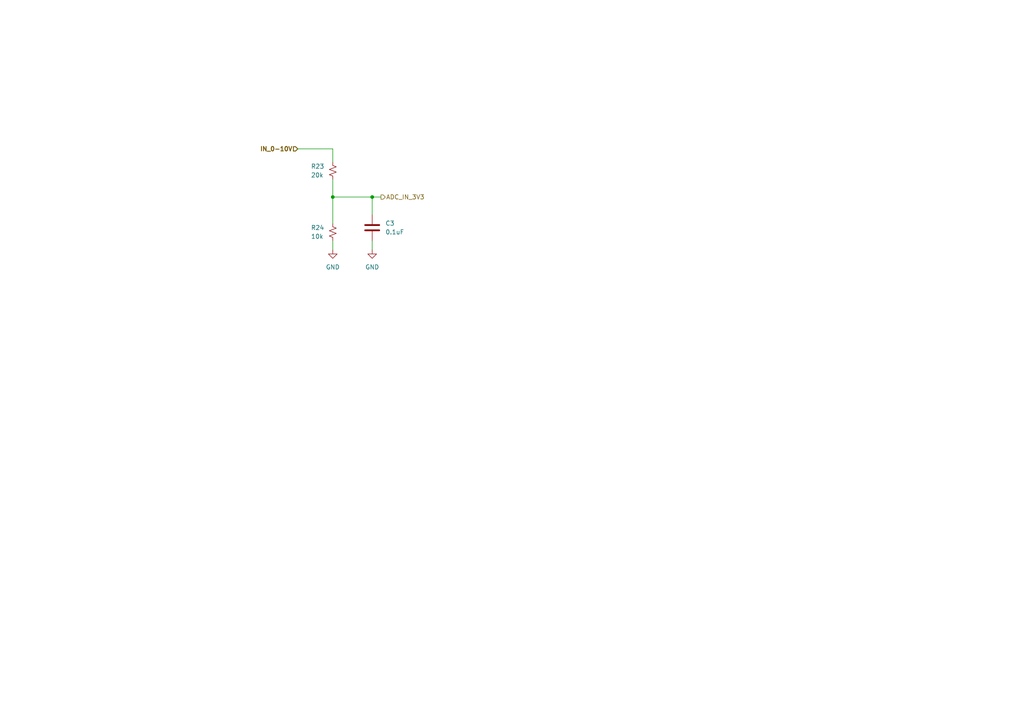
<source format=kicad_sch>
(kicad_sch
	(version 20250114)
	(generator "eeschema")
	(generator_version "9.0")
	(uuid "6f849fc7-6925-4202-ab6b-739ef023ca3b")
	(paper "A4")
	(lib_symbols
		(symbol "PCM_Capacitor_US_AKL:C_0603"
			(pin_numbers
				(hide yes)
			)
			(pin_names
				(offset 0.254)
			)
			(exclude_from_sim no)
			(in_bom yes)
			(on_board yes)
			(property "Reference" "C"
				(at 0.635 2.54 0)
				(effects
					(font
						(size 1.27 1.27)
					)
					(justify left)
				)
			)
			(property "Value" "C_0603"
				(at 0.635 -2.54 0)
				(effects
					(font
						(size 1.27 1.27)
					)
					(justify left)
				)
			)
			(property "Footprint" "PCM_Capacitor_SMD_AKL:C_0603_1608Metric"
				(at 0.9652 -3.81 0)
				(effects
					(font
						(size 1.27 1.27)
					)
					(hide yes)
				)
			)
			(property "Datasheet" "~"
				(at 0 0 0)
				(effects
					(font
						(size 1.27 1.27)
					)
					(hide yes)
				)
			)
			(property "Description" "SMD 0603 MLCC capacitor, Alternate KiCad Library"
				(at 0 0 0)
				(effects
					(font
						(size 1.27 1.27)
					)
					(hide yes)
				)
			)
			(property "ki_keywords" "cap capacitor ceramic chip mlcc smd 0603"
				(at 0 0 0)
				(effects
					(font
						(size 1.27 1.27)
					)
					(hide yes)
				)
			)
			(property "ki_fp_filters" "C_*"
				(at 0 0 0)
				(effects
					(font
						(size 1.27 1.27)
					)
					(hide yes)
				)
			)
			(symbol "C_0603_0_1"
				(polyline
					(pts
						(xy -2.032 0.762) (xy 2.032 0.762)
					)
					(stroke
						(width 0.508)
						(type default)
					)
					(fill
						(type none)
					)
				)
				(polyline
					(pts
						(xy -2.032 -0.762) (xy 2.032 -0.762)
					)
					(stroke
						(width 0.508)
						(type default)
					)
					(fill
						(type none)
					)
				)
			)
			(symbol "C_0603_0_2"
				(polyline
					(pts
						(xy -2.54 -2.54) (xy -0.381 -0.381)
					)
					(stroke
						(width 0)
						(type default)
					)
					(fill
						(type none)
					)
				)
				(polyline
					(pts
						(xy -0.508 -0.508) (xy -1.651 0.635)
					)
					(stroke
						(width 0.508)
						(type default)
					)
					(fill
						(type none)
					)
				)
				(polyline
					(pts
						(xy -0.508 -0.508) (xy 0.635 -1.651)
					)
					(stroke
						(width 0.508)
						(type default)
					)
					(fill
						(type none)
					)
				)
				(polyline
					(pts
						(xy 0.381 0.381) (xy 2.54 2.54)
					)
					(stroke
						(width 0)
						(type default)
					)
					(fill
						(type none)
					)
				)
				(polyline
					(pts
						(xy 0.508 0.508) (xy -0.635 1.651)
					)
					(stroke
						(width 0.508)
						(type default)
					)
					(fill
						(type none)
					)
				)
				(polyline
					(pts
						(xy 0.508 0.508) (xy 1.651 -0.635)
					)
					(stroke
						(width 0.508)
						(type default)
					)
					(fill
						(type none)
					)
				)
			)
			(symbol "C_0603_1_1"
				(pin passive line
					(at 0 3.81 270)
					(length 2.794)
					(name "~"
						(effects
							(font
								(size 1.27 1.27)
							)
						)
					)
					(number "1"
						(effects
							(font
								(size 1.27 1.27)
							)
						)
					)
				)
				(pin passive line
					(at 0 -3.81 90)
					(length 2.794)
					(name "~"
						(effects
							(font
								(size 1.27 1.27)
							)
						)
					)
					(number "2"
						(effects
							(font
								(size 1.27 1.27)
							)
						)
					)
				)
			)
			(symbol "C_0603_1_2"
				(pin passive line
					(at -2.54 -2.54 90)
					(length 0)
					(name "~"
						(effects
							(font
								(size 1.27 1.27)
							)
						)
					)
					(number "2"
						(effects
							(font
								(size 1.27 1.27)
							)
						)
					)
				)
				(pin passive line
					(at 2.54 2.54 270)
					(length 0)
					(name "~"
						(effects
							(font
								(size 1.27 1.27)
							)
						)
					)
					(number "1"
						(effects
							(font
								(size 1.27 1.27)
							)
						)
					)
				)
			)
			(embedded_fonts no)
		)
		(symbol "PCM_SparkFun-Resistor:4.7k_0603"
			(pin_numbers
				(hide yes)
			)
			(pin_names
				(offset 0)
			)
			(exclude_from_sim no)
			(in_bom yes)
			(on_board yes)
			(property "Reference" "R"
				(at 0 -2.54 0)
				(effects
					(font
						(size 1.27 1.27)
					)
				)
			)
			(property "Value" "4.7k"
				(at 0 2.54 0)
				(effects
					(font
						(size 1.27 1.27)
					)
				)
			)
			(property "Footprint" "PCM_SparkFun-Resistor:R_0603_1608Metric"
				(at 0 -4.318 0)
				(effects
					(font
						(size 1.27 1.27)
					)
					(hide yes)
				)
			)
			(property "Datasheet" "https://www.vishay.com/docs/20035/dcrcwe3.pdf"
				(at 0 -8.89 0)
				(effects
					(font
						(size 1.27 1.27)
					)
					(hide yes)
				)
			)
			(property "Description" "Resistor"
				(at 0 -11.43 0)
				(effects
					(font
						(size 1.27 1.27)
					)
					(hide yes)
				)
			)
			(property "PROD_ID" "RES-07857"
				(at 0 -6.604 0)
				(effects
					(font
						(size 1.27 1.27)
					)
					(hide yes)
				)
			)
			(property "ki_keywords" "SparkFun R res resistor"
				(at 0 0 0)
				(effects
					(font
						(size 1.27 1.27)
					)
					(hide yes)
				)
			)
			(property "ki_fp_filters" "R_*"
				(at 0 0 0)
				(effects
					(font
						(size 1.27 1.27)
					)
					(hide yes)
				)
			)
			(symbol "4.7k_0603_0_1"
				(polyline
					(pts
						(xy -1.524 0) (xy -1.143 1.016) (xy -0.762 0) (xy -0.381 -1.016) (xy 0 0)
					)
					(stroke
						(width 0)
						(type default)
					)
					(fill
						(type none)
					)
				)
				(polyline
					(pts
						(xy 0 0) (xy 0.381 1.016) (xy 0.762 0) (xy 1.143 -1.016) (xy 1.524 0)
					)
					(stroke
						(width 0)
						(type default)
					)
					(fill
						(type none)
					)
				)
			)
			(symbol "4.7k_0603_1_1"
				(pin passive line
					(at -2.54 0 0)
					(length 1.016)
					(name "~"
						(effects
							(font
								(size 1.27 1.27)
							)
						)
					)
					(number "1"
						(effects
							(font
								(size 1.27 1.27)
							)
						)
					)
				)
				(pin passive line
					(at 2.54 0 180)
					(length 1.016)
					(name "~"
						(effects
							(font
								(size 1.27 1.27)
							)
						)
					)
					(number "2"
						(effects
							(font
								(size 1.27 1.27)
							)
						)
					)
				)
			)
			(embedded_fonts no)
		)
		(symbol "power:GND"
			(power)
			(pin_numbers
				(hide yes)
			)
			(pin_names
				(offset 0)
				(hide yes)
			)
			(exclude_from_sim no)
			(in_bom yes)
			(on_board yes)
			(property "Reference" "#PWR"
				(at 0 -6.35 0)
				(effects
					(font
						(size 1.27 1.27)
					)
					(hide yes)
				)
			)
			(property "Value" "GND"
				(at 0 -3.81 0)
				(effects
					(font
						(size 1.27 1.27)
					)
				)
			)
			(property "Footprint" ""
				(at 0 0 0)
				(effects
					(font
						(size 1.27 1.27)
					)
					(hide yes)
				)
			)
			(property "Datasheet" ""
				(at 0 0 0)
				(effects
					(font
						(size 1.27 1.27)
					)
					(hide yes)
				)
			)
			(property "Description" "Power symbol creates a global label with name \"GND\" , ground"
				(at 0 0 0)
				(effects
					(font
						(size 1.27 1.27)
					)
					(hide yes)
				)
			)
			(property "ki_keywords" "global power"
				(at 0 0 0)
				(effects
					(font
						(size 1.27 1.27)
					)
					(hide yes)
				)
			)
			(symbol "GND_0_1"
				(polyline
					(pts
						(xy 0 0) (xy 0 -1.27) (xy 1.27 -1.27) (xy 0 -2.54) (xy -1.27 -1.27) (xy 0 -1.27)
					)
					(stroke
						(width 0)
						(type default)
					)
					(fill
						(type none)
					)
				)
			)
			(symbol "GND_1_1"
				(pin power_in line
					(at 0 0 270)
					(length 0)
					(name "~"
						(effects
							(font
								(size 1.27 1.27)
							)
						)
					)
					(number "1"
						(effects
							(font
								(size 1.27 1.27)
							)
						)
					)
				)
			)
			(embedded_fonts no)
		)
	)
	(junction
		(at 107.95 57.15)
		(diameter 0)
		(color 0 0 0 0)
		(uuid "e1286195-fd1e-47d6-b27f-4d0d05ad6b3a")
	)
	(junction
		(at 96.52 57.15)
		(diameter 0)
		(color 0 0 0 0)
		(uuid "f9eb0b9b-aa7f-40ee-870c-acfe63a17075")
	)
	(wire
		(pts
			(xy 96.52 69.85) (xy 96.52 72.39)
		)
		(stroke
			(width 0)
			(type default)
		)
		(uuid "3387c31a-8f62-4867-b202-ed0e1ec3a0db")
	)
	(wire
		(pts
			(xy 107.95 57.15) (xy 110.49 57.15)
		)
		(stroke
			(width 0)
			(type default)
		)
		(uuid "36fe022b-8e6e-476b-852a-3856472356eb")
	)
	(wire
		(pts
			(xy 107.95 69.85) (xy 107.95 72.39)
		)
		(stroke
			(width 0)
			(type default)
		)
		(uuid "45c15c57-a99c-4b0b-aa56-7ced645d9716")
	)
	(wire
		(pts
			(xy 86.36 43.18) (xy 96.52 43.18)
		)
		(stroke
			(width 0)
			(type default)
		)
		(uuid "58ec0eb5-8713-4384-b394-81be27470624")
	)
	(wire
		(pts
			(xy 96.52 52.07) (xy 96.52 57.15)
		)
		(stroke
			(width 0)
			(type default)
		)
		(uuid "629372fb-8266-4897-80f9-b67b92f1c38d")
	)
	(wire
		(pts
			(xy 96.52 57.15) (xy 107.95 57.15)
		)
		(stroke
			(width 0)
			(type default)
		)
		(uuid "7651ab20-1e16-4540-9642-274b40f93594")
	)
	(wire
		(pts
			(xy 96.52 57.15) (xy 96.52 64.77)
		)
		(stroke
			(width 0)
			(type default)
		)
		(uuid "8bfde497-b4fa-4bab-973d-0146e8cd3fab")
	)
	(wire
		(pts
			(xy 96.52 43.18) (xy 96.52 46.99)
		)
		(stroke
			(width 0)
			(type default)
		)
		(uuid "9e7ee4f5-afed-4763-be9b-f364db64a1ee")
	)
	(wire
		(pts
			(xy 107.95 62.23) (xy 107.95 57.15)
		)
		(stroke
			(width 0)
			(type default)
		)
		(uuid "da840589-5558-4a42-892b-87296b2aaa78")
	)
	(hierarchical_label "ADC_IN_3V3"
		(shape output)
		(at 110.49 57.15 0)
		(effects
			(font
				(size 1.27 1.27)
			)
			(justify left)
		)
		(uuid "73a346b6-b677-4ad3-94e3-2bab56d9a798")
	)
	(hierarchical_label "IN_0-10V"
		(shape input)
		(at 86.36 43.18 180)
		(effects
			(font
				(size 1.27 1.27)
				(thickness 0.254)
				(bold yes)
			)
			(justify right)
		)
		(uuid "caf3e575-ebeb-4c4d-950d-43e9a6fc45a9")
	)
	(symbol
		(lib_id "power:GND")
		(at 107.95 72.39 0)
		(unit 1)
		(exclude_from_sim no)
		(in_bom yes)
		(on_board yes)
		(dnp no)
		(fields_autoplaced yes)
		(uuid "0e6422bb-fe86-4f93-bbef-291ac1d4873b")
		(property "Reference" "#PWR035"
			(at 107.95 78.74 0)
			(effects
				(font
					(size 1.27 1.27)
				)
				(hide yes)
			)
		)
		(property "Value" "GND"
			(at 107.95 77.47 0)
			(effects
				(font
					(size 1.27 1.27)
				)
			)
		)
		(property "Footprint" ""
			(at 107.95 72.39 0)
			(effects
				(font
					(size 1.27 1.27)
				)
				(hide yes)
			)
		)
		(property "Datasheet" ""
			(at 107.95 72.39 0)
			(effects
				(font
					(size 1.27 1.27)
				)
				(hide yes)
			)
		)
		(property "Description" "Power symbol creates a global label with name \"GND\" , ground"
			(at 107.95 72.39 0)
			(effects
				(font
					(size 1.27 1.27)
				)
				(hide yes)
			)
		)
		(pin "1"
			(uuid "5d34ca51-a90e-4a20-94d5-f55c5e6ff17d")
		)
		(instances
			(project "PLC4UNIPCB"
				(path "/20dd9fa8-33e5-4e01-8b4a-8cb5828152c9/ef44eee8-cd41-4527-92e2-6c408c0d0d91/82682a40-f2c8-4ae2-a13e-2b4ac848d816"
					(reference "#PWR035")
					(unit 1)
				)
			)
		)
	)
	(symbol
		(lib_id "PCM_SparkFun-Resistor:4.7k_0603")
		(at 96.52 49.53 90)
		(unit 1)
		(exclude_from_sim no)
		(in_bom yes)
		(on_board yes)
		(dnp no)
		(uuid "340feaf8-c818-4ef5-b590-c984dd675e98")
		(property "Reference" "R23"
			(at 90.17 48.26 90)
			(effects
				(font
					(size 1.27 1.27)
				)
				(justify right)
			)
		)
		(property "Value" "20k"
			(at 90.17 50.8 90)
			(effects
				(font
					(size 1.27 1.27)
				)
				(justify right)
			)
		)
		(property "Footprint" "PCM_SparkFun-Resistor:R_0603_1608Metric"
			(at 100.838 49.53 0)
			(effects
				(font
					(size 1.27 1.27)
				)
				(hide yes)
			)
		)
		(property "Datasheet" "https://www.vishay.com/docs/20035/dcrcwe3.pdf"
			(at 105.41 49.53 0)
			(effects
				(font
					(size 1.27 1.27)
				)
				(hide yes)
			)
		)
		(property "Description" "Resistor"
			(at 107.95 49.53 0)
			(effects
				(font
					(size 1.27 1.27)
				)
				(hide yes)
			)
		)
		(property "PROD_ID" "RES-07857"
			(at 103.124 49.53 0)
			(effects
				(font
					(size 1.27 1.27)
				)
				(hide yes)
			)
		)
		(property "LCSC" "C99782"
			(at 96.52 49.53 90)
			(effects
				(font
					(size 1.27 1.27)
				)
				(hide yes)
			)
		)
		(pin "2"
			(uuid "978d7235-aa19-4957-aee5-89d216d553fc")
		)
		(pin "1"
			(uuid "9eb0ddee-e3db-47b8-85cf-50a82f1e1d2c")
		)
		(instances
			(project "PLC4UNIPCB"
				(path "/20dd9fa8-33e5-4e01-8b4a-8cb5828152c9/ef44eee8-cd41-4527-92e2-6c408c0d0d91/82682a40-f2c8-4ae2-a13e-2b4ac848d816"
					(reference "R23")
					(unit 1)
				)
			)
		)
	)
	(symbol
		(lib_id "PCM_SparkFun-Resistor:4.7k_0603")
		(at 96.52 67.31 90)
		(unit 1)
		(exclude_from_sim no)
		(in_bom yes)
		(on_board yes)
		(dnp no)
		(uuid "a1df950d-d0bc-4090-970a-0c7dec0760c0")
		(property "Reference" "R24"
			(at 90.17 66.04 90)
			(effects
				(font
					(size 1.27 1.27)
				)
				(justify right)
			)
		)
		(property "Value" "10k"
			(at 90.17 68.58 90)
			(effects
				(font
					(size 1.27 1.27)
				)
				(justify right)
			)
		)
		(property "Footprint" "PCM_SparkFun-Resistor:R_0603_1608Metric"
			(at 100.838 67.31 0)
			(effects
				(font
					(size 1.27 1.27)
				)
				(hide yes)
			)
		)
		(property "Datasheet" "https://www.vishay.com/docs/20035/dcrcwe3.pdf"
			(at 105.41 67.31 0)
			(effects
				(font
					(size 1.27 1.27)
				)
				(hide yes)
			)
		)
		(property "Description" "Resistor"
			(at 107.95 67.31 0)
			(effects
				(font
					(size 1.27 1.27)
				)
				(hide yes)
			)
		)
		(property "PROD_ID" "RES-07857"
			(at 103.124 67.31 0)
			(effects
				(font
					(size 1.27 1.27)
				)
				(hide yes)
			)
		)
		(property "LCSC" "C99782"
			(at 96.52 67.31 90)
			(effects
				(font
					(size 1.27 1.27)
				)
				(hide yes)
			)
		)
		(pin "2"
			(uuid "df44dbe0-6482-4208-8f84-be5e3cb12922")
		)
		(pin "1"
			(uuid "af958c3f-fb8c-4553-aa54-816fa865c621")
		)
		(instances
			(project "PLC4UNIPCB"
				(path "/20dd9fa8-33e5-4e01-8b4a-8cb5828152c9/ef44eee8-cd41-4527-92e2-6c408c0d0d91/82682a40-f2c8-4ae2-a13e-2b4ac848d816"
					(reference "R24")
					(unit 1)
				)
			)
		)
	)
	(symbol
		(lib_id "PCM_Capacitor_US_AKL:C_0603")
		(at 107.95 66.04 180)
		(unit 1)
		(exclude_from_sim no)
		(in_bom yes)
		(on_board yes)
		(dnp no)
		(fields_autoplaced yes)
		(uuid "b56eb098-2b5c-49b2-ab23-ec1641eac1ba")
		(property "Reference" "C3"
			(at 111.76 64.7699 0)
			(effects
				(font
					(size 1.27 1.27)
				)
				(justify right)
			)
		)
		(property "Value" "0.1uF"
			(at 111.76 67.3099 0)
			(effects
				(font
					(size 1.27 1.27)
				)
				(justify right)
			)
		)
		(property "Footprint" "PCM_Capacitor_SMD_AKL:C_0603_1608Metric"
			(at 106.9848 62.23 0)
			(effects
				(font
					(size 1.27 1.27)
				)
				(hide yes)
			)
		)
		(property "Datasheet" "~"
			(at 107.95 66.04 0)
			(effects
				(font
					(size 1.27 1.27)
				)
				(hide yes)
			)
		)
		(property "Description" "SMD 0603 MLCC capacitor, Alternate KiCad Library"
			(at 107.95 66.04 0)
			(effects
				(font
					(size 1.27 1.27)
				)
				(hide yes)
			)
		)
		(property "LCSC" "C66501"
			(at 107.95 66.04 0)
			(effects
				(font
					(size 1.27 1.27)
				)
				(hide yes)
			)
		)
		(pin "1"
			(uuid "9d13b104-9889-49b9-a132-8d4596eda8fa")
		)
		(pin "2"
			(uuid "af69e5a5-be0e-492b-a09c-fad953f18907")
		)
		(instances
			(project "PLC4UNIPCB"
				(path "/20dd9fa8-33e5-4e01-8b4a-8cb5828152c9/ef44eee8-cd41-4527-92e2-6c408c0d0d91/82682a40-f2c8-4ae2-a13e-2b4ac848d816"
					(reference "C3")
					(unit 1)
				)
			)
		)
	)
	(symbol
		(lib_id "power:GND")
		(at 96.52 72.39 0)
		(unit 1)
		(exclude_from_sim no)
		(in_bom yes)
		(on_board yes)
		(dnp no)
		(fields_autoplaced yes)
		(uuid "d93dd080-8335-4b2c-9236-372713dc43c5")
		(property "Reference" "#PWR034"
			(at 96.52 78.74 0)
			(effects
				(font
					(size 1.27 1.27)
				)
				(hide yes)
			)
		)
		(property "Value" "GND"
			(at 96.52 77.47 0)
			(effects
				(font
					(size 1.27 1.27)
				)
			)
		)
		(property "Footprint" ""
			(at 96.52 72.39 0)
			(effects
				(font
					(size 1.27 1.27)
				)
				(hide yes)
			)
		)
		(property "Datasheet" ""
			(at 96.52 72.39 0)
			(effects
				(font
					(size 1.27 1.27)
				)
				(hide yes)
			)
		)
		(property "Description" "Power symbol creates a global label with name \"GND\" , ground"
			(at 96.52 72.39 0)
			(effects
				(font
					(size 1.27 1.27)
				)
				(hide yes)
			)
		)
		(pin "1"
			(uuid "b84d231a-ee7c-48b0-a057-c46755e12a83")
		)
		(instances
			(project ""
				(path "/20dd9fa8-33e5-4e01-8b4a-8cb5828152c9/ef44eee8-cd41-4527-92e2-6c408c0d0d91/82682a40-f2c8-4ae2-a13e-2b4ac848d816"
					(reference "#PWR034")
					(unit 1)
				)
			)
		)
	)
)

</source>
